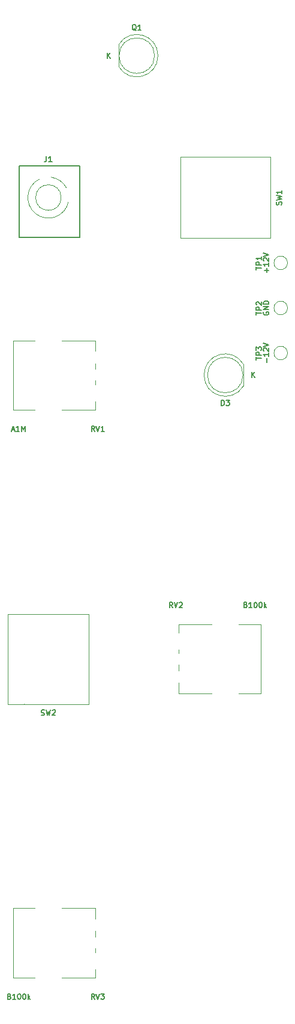
<source format=gto>
G04 #@! TF.GenerationSoftware,KiCad,Pcbnew,6.0.2-378541a8eb~116~ubuntu20.04.1*
G04 #@! TF.CreationDate,2022-03-12T15:31:06-05:00*
G04 #@! TF.ProjectId,irinput_b1,6972696e-7075-4745-9f62-312e6b696361,rev?*
G04 #@! TF.SameCoordinates,Original*
G04 #@! TF.FileFunction,Legend,Top*
G04 #@! TF.FilePolarity,Positive*
%FSLAX46Y46*%
G04 Gerber Fmt 4.6, Leading zero omitted, Abs format (unit mm)*
G04 Created by KiCad (PCBNEW 6.0.2-378541a8eb~116~ubuntu20.04.1) date 2022-03-12 15:31:06*
%MOMM*%
%LPD*%
G01*
G04 APERTURE LIST*
%ADD10C,0.150000*%
%ADD11C,0.120000*%
%ADD12C,0.127000*%
G04 APERTURE END LIST*
D10*
G04 #@! TO.C,RV1*
X144045570Y-83419284D02*
X143795570Y-83062141D01*
X143616999Y-83419284D02*
X143616999Y-82669284D01*
X143902713Y-82669284D01*
X143974141Y-82704999D01*
X144009856Y-82740713D01*
X144045570Y-82812141D01*
X144045570Y-82919284D01*
X144009856Y-82990713D01*
X143974141Y-83026427D01*
X143902713Y-83062141D01*
X143616999Y-83062141D01*
X144259856Y-82669284D02*
X144509856Y-83419284D01*
X144759856Y-82669284D01*
X145402713Y-83419284D02*
X144974141Y-83419284D01*
X145188427Y-83419284D02*
X145188427Y-82669284D01*
X145116999Y-82776427D01*
X145045570Y-82847856D01*
X144974141Y-82883570D01*
X132351713Y-83204999D02*
X132708856Y-83204999D01*
X132280284Y-83419284D02*
X132530284Y-82669284D01*
X132780284Y-83419284D01*
X133423141Y-83419284D02*
X132994570Y-83419284D01*
X133208856Y-83419284D02*
X133208856Y-82669284D01*
X133137427Y-82776427D01*
X133065999Y-82847856D01*
X132994570Y-82883570D01*
X133744570Y-83419284D02*
X133744570Y-82669284D01*
X133994570Y-83204999D01*
X134244570Y-82669284D01*
X134244570Y-83419284D01*
G04 #@! TO.C,TP1*
X166861284Y-60646427D02*
X166861284Y-60217856D01*
X167611284Y-60432141D02*
X166861284Y-60432141D01*
X167611284Y-59967856D02*
X166861284Y-59967856D01*
X166861284Y-59682141D01*
X166896999Y-59610713D01*
X166932713Y-59574999D01*
X167004141Y-59539284D01*
X167111284Y-59539284D01*
X167182713Y-59574999D01*
X167218427Y-59610713D01*
X167254141Y-59682141D01*
X167254141Y-59967856D01*
X167611284Y-58824999D02*
X167611284Y-59253570D01*
X167611284Y-59039284D02*
X166861284Y-59039284D01*
X166968427Y-59110713D01*
X167039856Y-59182141D01*
X167075570Y-59253570D01*
X168341570Y-61021427D02*
X168341570Y-60449999D01*
X168627284Y-60735713D02*
X168055856Y-60735713D01*
X168627284Y-59699999D02*
X168627284Y-60128570D01*
X168627284Y-59914284D02*
X167877284Y-59914284D01*
X167984427Y-59985713D01*
X168055856Y-60057141D01*
X168091570Y-60128570D01*
X167948713Y-59414284D02*
X167912999Y-59378570D01*
X167877284Y-59307141D01*
X167877284Y-59128570D01*
X167912999Y-59057141D01*
X167948713Y-59021427D01*
X168020141Y-58985713D01*
X168091570Y-58985713D01*
X168198713Y-59021427D01*
X168627284Y-59449999D01*
X168627284Y-58985713D01*
X167877284Y-58771427D02*
X168627284Y-58521427D01*
X167877284Y-58271427D01*
G04 #@! TO.C,TP3*
X166861284Y-73346427D02*
X166861284Y-72917856D01*
X167611284Y-73132141D02*
X166861284Y-73132141D01*
X167611284Y-72667856D02*
X166861284Y-72667856D01*
X166861284Y-72382141D01*
X166896999Y-72310713D01*
X166932713Y-72274999D01*
X167004141Y-72239284D01*
X167111284Y-72239284D01*
X167182713Y-72274999D01*
X167218427Y-72310713D01*
X167254141Y-72382141D01*
X167254141Y-72667856D01*
X166861284Y-71989284D02*
X166861284Y-71524999D01*
X167146999Y-71774999D01*
X167146999Y-71667856D01*
X167182713Y-71596427D01*
X167218427Y-71560713D01*
X167289856Y-71524999D01*
X167468427Y-71524999D01*
X167539856Y-71560713D01*
X167575570Y-71596427D01*
X167611284Y-71667856D01*
X167611284Y-71882141D01*
X167575570Y-71953570D01*
X167539856Y-71989284D01*
X168341570Y-73721427D02*
X168341570Y-73149999D01*
X168627284Y-72399999D02*
X168627284Y-72828570D01*
X168627284Y-72614284D02*
X167877284Y-72614284D01*
X167984427Y-72685713D01*
X168055856Y-72757141D01*
X168091570Y-72828570D01*
X167948713Y-72114284D02*
X167912999Y-72078570D01*
X167877284Y-72007141D01*
X167877284Y-71828570D01*
X167912999Y-71757141D01*
X167948713Y-71721427D01*
X168020141Y-71685713D01*
X168091570Y-71685713D01*
X168198713Y-71721427D01*
X168627284Y-72149999D01*
X168627284Y-71685713D01*
X167877284Y-71471427D02*
X168627284Y-71221427D01*
X167877284Y-70971427D01*
G04 #@! TO.C,SW2*
X136499999Y-123403570D02*
X136607141Y-123439284D01*
X136785713Y-123439284D01*
X136857141Y-123403570D01*
X136892856Y-123367856D01*
X136928570Y-123296427D01*
X136928570Y-123224999D01*
X136892856Y-123153570D01*
X136857141Y-123117856D01*
X136785713Y-123082141D01*
X136642856Y-123046427D01*
X136571427Y-123010713D01*
X136535713Y-122974999D01*
X136499999Y-122903570D01*
X136499999Y-122832141D01*
X136535713Y-122760713D01*
X136571427Y-122724999D01*
X136642856Y-122689284D01*
X136821427Y-122689284D01*
X136928570Y-122724999D01*
X137178570Y-122689284D02*
X137357141Y-123439284D01*
X137499999Y-122903570D01*
X137642856Y-123439284D01*
X137821427Y-122689284D01*
X138071427Y-122760713D02*
X138107141Y-122724999D01*
X138178570Y-122689284D01*
X138357141Y-122689284D01*
X138428570Y-122724999D01*
X138464284Y-122760713D01*
X138499999Y-122832141D01*
X138499999Y-122903570D01*
X138464284Y-123010713D01*
X138035713Y-123439284D01*
X138499999Y-123439284D01*
G04 #@! TO.C,RV3*
X144045570Y-163419284D02*
X143795570Y-163062141D01*
X143616999Y-163419284D02*
X143616999Y-162669284D01*
X143902713Y-162669284D01*
X143974141Y-162704999D01*
X144009856Y-162740713D01*
X144045570Y-162812141D01*
X144045570Y-162919284D01*
X144009856Y-162990713D01*
X143974141Y-163026427D01*
X143902713Y-163062141D01*
X143616999Y-163062141D01*
X144259856Y-162669284D02*
X144509856Y-163419284D01*
X144759856Y-162669284D01*
X144938427Y-162669284D02*
X145402713Y-162669284D01*
X145152713Y-162954999D01*
X145259856Y-162954999D01*
X145331284Y-162990713D01*
X145366999Y-163026427D01*
X145402713Y-163097856D01*
X145402713Y-163276427D01*
X145366999Y-163347856D01*
X145331284Y-163383570D01*
X145259856Y-163419284D01*
X145045570Y-163419284D01*
X144974141Y-163383570D01*
X144938427Y-163347856D01*
X131994570Y-163026427D02*
X132101713Y-163062141D01*
X132137427Y-163097856D01*
X132173141Y-163169284D01*
X132173141Y-163276427D01*
X132137427Y-163347856D01*
X132101713Y-163383570D01*
X132030284Y-163419284D01*
X131744570Y-163419284D01*
X131744570Y-162669284D01*
X131994570Y-162669284D01*
X132065999Y-162704999D01*
X132101713Y-162740713D01*
X132137427Y-162812141D01*
X132137427Y-162883570D01*
X132101713Y-162954999D01*
X132065999Y-162990713D01*
X131994570Y-163026427D01*
X131744570Y-163026427D01*
X132887427Y-163419284D02*
X132458856Y-163419284D01*
X132673141Y-163419284D02*
X132673141Y-162669284D01*
X132601713Y-162776427D01*
X132530284Y-162847856D01*
X132458856Y-162883570D01*
X133351713Y-162669284D02*
X133423141Y-162669284D01*
X133494570Y-162704999D01*
X133530284Y-162740713D01*
X133565999Y-162812141D01*
X133601713Y-162954999D01*
X133601713Y-163133570D01*
X133565999Y-163276427D01*
X133530284Y-163347856D01*
X133494570Y-163383570D01*
X133423141Y-163419284D01*
X133351713Y-163419284D01*
X133280284Y-163383570D01*
X133244570Y-163347856D01*
X133208856Y-163276427D01*
X133173141Y-163133570D01*
X133173141Y-162954999D01*
X133208856Y-162812141D01*
X133244570Y-162740713D01*
X133280284Y-162704999D01*
X133351713Y-162669284D01*
X134065999Y-162669284D02*
X134137427Y-162669284D01*
X134208856Y-162704999D01*
X134244570Y-162740713D01*
X134280284Y-162812141D01*
X134315999Y-162954999D01*
X134315999Y-163133570D01*
X134280284Y-163276427D01*
X134244570Y-163347856D01*
X134208856Y-163383570D01*
X134137427Y-163419284D01*
X134065999Y-163419284D01*
X133994570Y-163383570D01*
X133958856Y-163347856D01*
X133923141Y-163276427D01*
X133887427Y-163133570D01*
X133887427Y-162954999D01*
X133923141Y-162812141D01*
X133958856Y-162740713D01*
X133994570Y-162704999D01*
X134065999Y-162669284D01*
X134637427Y-163419284D02*
X134637427Y-162669284D01*
X134708856Y-163133570D02*
X134923141Y-163419284D01*
X134923141Y-162919284D02*
X134637427Y-163204999D01*
G04 #@! TO.C,J1*
X137237531Y-44668802D02*
X137237531Y-45231232D01*
X137200036Y-45343718D01*
X137125045Y-45418709D01*
X137012559Y-45456204D01*
X136937569Y-45456204D01*
X138024933Y-45456204D02*
X137574989Y-45456204D01*
X137799961Y-45456204D02*
X137799961Y-44668802D01*
X137724971Y-44781288D01*
X137649980Y-44856279D01*
X137574989Y-44893774D01*
G04 #@! TO.C,Q1*
X149923570Y-26950713D02*
X149852141Y-26914999D01*
X149780713Y-26843570D01*
X149673570Y-26736427D01*
X149602141Y-26700713D01*
X149530713Y-26700713D01*
X149566427Y-26879284D02*
X149494999Y-26843570D01*
X149423570Y-26772141D01*
X149387856Y-26629284D01*
X149387856Y-26379284D01*
X149423570Y-26236427D01*
X149494999Y-26164999D01*
X149566427Y-26129284D01*
X149709284Y-26129284D01*
X149780713Y-26164999D01*
X149852141Y-26236427D01*
X149887856Y-26379284D01*
X149887856Y-26629284D01*
X149852141Y-26772141D01*
X149780713Y-26843570D01*
X149709284Y-26879284D01*
X149566427Y-26879284D01*
X150602141Y-26879284D02*
X150173570Y-26879284D01*
X150387856Y-26879284D02*
X150387856Y-26129284D01*
X150316427Y-26236427D01*
X150244999Y-26307856D01*
X150173570Y-26343570D01*
X145828570Y-30839284D02*
X145828570Y-30089284D01*
X146257141Y-30839284D02*
X145935713Y-30410713D01*
X146257141Y-30089284D02*
X145828570Y-30517856D01*
G04 #@! TO.C,TP2*
X166861284Y-66996427D02*
X166861284Y-66567856D01*
X167611284Y-66782141D02*
X166861284Y-66782141D01*
X167611284Y-66317856D02*
X166861284Y-66317856D01*
X166861284Y-66032141D01*
X166896999Y-65960713D01*
X166932713Y-65924999D01*
X167004141Y-65889284D01*
X167111284Y-65889284D01*
X167182713Y-65924999D01*
X167218427Y-65960713D01*
X167254141Y-66032141D01*
X167254141Y-66317856D01*
X166932713Y-65603570D02*
X166896999Y-65567856D01*
X166861284Y-65496427D01*
X166861284Y-65317856D01*
X166896999Y-65246427D01*
X166932713Y-65210713D01*
X167004141Y-65174999D01*
X167075570Y-65174999D01*
X167182713Y-65210713D01*
X167611284Y-65639284D01*
X167611284Y-65174999D01*
X167912999Y-66621427D02*
X167877284Y-66692856D01*
X167877284Y-66799999D01*
X167912999Y-66907141D01*
X167984427Y-66978570D01*
X168055856Y-67014284D01*
X168198713Y-67049999D01*
X168305856Y-67049999D01*
X168448713Y-67014284D01*
X168520141Y-66978570D01*
X168591570Y-66907141D01*
X168627284Y-66799999D01*
X168627284Y-66728570D01*
X168591570Y-66621427D01*
X168555856Y-66585713D01*
X168305856Y-66585713D01*
X168305856Y-66728570D01*
X168627284Y-66264284D02*
X167877284Y-66264284D01*
X168627284Y-65835713D01*
X167877284Y-65835713D01*
X168627284Y-65478570D02*
X167877284Y-65478570D01*
X167877284Y-65299999D01*
X167912999Y-65192856D01*
X167984427Y-65121427D01*
X168055856Y-65085713D01*
X168198713Y-65049999D01*
X168305856Y-65049999D01*
X168448713Y-65085713D01*
X168520141Y-65121427D01*
X168591570Y-65192856D01*
X168627284Y-65299999D01*
X168627284Y-65478570D01*
G04 #@! TO.C,RV2*
X155061570Y-108259284D02*
X154811570Y-107902141D01*
X154632999Y-108259284D02*
X154632999Y-107509284D01*
X154918713Y-107509284D01*
X154990141Y-107544999D01*
X155025856Y-107580713D01*
X155061570Y-107652141D01*
X155061570Y-107759284D01*
X155025856Y-107830713D01*
X154990141Y-107866427D01*
X154918713Y-107902141D01*
X154632999Y-107902141D01*
X155275856Y-107509284D02*
X155525856Y-108259284D01*
X155775856Y-107509284D01*
X155990141Y-107580713D02*
X156025856Y-107544999D01*
X156097284Y-107509284D01*
X156275856Y-107509284D01*
X156347284Y-107544999D01*
X156382999Y-107580713D01*
X156418713Y-107652141D01*
X156418713Y-107723570D01*
X156382999Y-107830713D01*
X155954427Y-108259284D01*
X156418713Y-108259284D01*
X165362570Y-107866427D02*
X165469713Y-107902141D01*
X165505427Y-107937856D01*
X165541141Y-108009284D01*
X165541141Y-108116427D01*
X165505427Y-108187856D01*
X165469713Y-108223570D01*
X165398284Y-108259284D01*
X165112570Y-108259284D01*
X165112570Y-107509284D01*
X165362570Y-107509284D01*
X165433999Y-107544999D01*
X165469713Y-107580713D01*
X165505427Y-107652141D01*
X165505427Y-107723570D01*
X165469713Y-107794999D01*
X165433999Y-107830713D01*
X165362570Y-107866427D01*
X165112570Y-107866427D01*
X166255427Y-108259284D02*
X165826856Y-108259284D01*
X166041141Y-108259284D02*
X166041141Y-107509284D01*
X165969713Y-107616427D01*
X165898284Y-107687856D01*
X165826856Y-107723570D01*
X166719713Y-107509284D02*
X166791141Y-107509284D01*
X166862570Y-107544999D01*
X166898284Y-107580713D01*
X166933999Y-107652141D01*
X166969713Y-107794999D01*
X166969713Y-107973570D01*
X166933999Y-108116427D01*
X166898284Y-108187856D01*
X166862570Y-108223570D01*
X166791141Y-108259284D01*
X166719713Y-108259284D01*
X166648284Y-108223570D01*
X166612570Y-108187856D01*
X166576856Y-108116427D01*
X166541141Y-107973570D01*
X166541141Y-107794999D01*
X166576856Y-107652141D01*
X166612570Y-107580713D01*
X166648284Y-107544999D01*
X166719713Y-107509284D01*
X167433999Y-107509284D02*
X167505427Y-107509284D01*
X167576856Y-107544999D01*
X167612570Y-107580713D01*
X167648284Y-107652141D01*
X167683999Y-107794999D01*
X167683999Y-107973570D01*
X167648284Y-108116427D01*
X167612570Y-108187856D01*
X167576856Y-108223570D01*
X167505427Y-108259284D01*
X167433999Y-108259284D01*
X167362570Y-108223570D01*
X167326856Y-108187856D01*
X167291141Y-108116427D01*
X167255427Y-107973570D01*
X167255427Y-107794999D01*
X167291141Y-107652141D01*
X167326856Y-107580713D01*
X167362570Y-107544999D01*
X167433999Y-107509284D01*
X168005427Y-108259284D02*
X168005427Y-107509284D01*
X168076856Y-107973570D02*
X168291141Y-108259284D01*
X168291141Y-107759284D02*
X168005427Y-108044999D01*
G04 #@! TO.C,D3*
X161926427Y-79799284D02*
X161926427Y-79049284D01*
X162104999Y-79049284D01*
X162212141Y-79084999D01*
X162283570Y-79156427D01*
X162319284Y-79227856D01*
X162354999Y-79370713D01*
X162354999Y-79477856D01*
X162319284Y-79620713D01*
X162283570Y-79692141D01*
X162212141Y-79763570D01*
X162104999Y-79799284D01*
X161926427Y-79799284D01*
X162604999Y-79049284D02*
X163069284Y-79049284D01*
X162819284Y-79334999D01*
X162926427Y-79334999D01*
X162997856Y-79370713D01*
X163033570Y-79406427D01*
X163069284Y-79477856D01*
X163069284Y-79656427D01*
X163033570Y-79727856D01*
X162997856Y-79763570D01*
X162926427Y-79799284D01*
X162712141Y-79799284D01*
X162640713Y-79763570D01*
X162604999Y-79727856D01*
X166253570Y-75839284D02*
X166253570Y-75089284D01*
X166682141Y-75839284D02*
X166360713Y-75410713D01*
X166682141Y-75089284D02*
X166253570Y-75517856D01*
G04 #@! TO.C,SW1*
X170403570Y-51499999D02*
X170439284Y-51392856D01*
X170439284Y-51214284D01*
X170403570Y-51142856D01*
X170367856Y-51107141D01*
X170296427Y-51071427D01*
X170224999Y-51071427D01*
X170153570Y-51107141D01*
X170117856Y-51142856D01*
X170082141Y-51214284D01*
X170046427Y-51357141D01*
X170010713Y-51428570D01*
X169974999Y-51464284D01*
X169903570Y-51499999D01*
X169832141Y-51499999D01*
X169760713Y-51464284D01*
X169724999Y-51428570D01*
X169689284Y-51357141D01*
X169689284Y-51178570D01*
X169724999Y-51071427D01*
X169689284Y-50821427D02*
X170439284Y-50642856D01*
X169903570Y-50499999D01*
X170439284Y-50357141D01*
X169689284Y-50178570D01*
X170439284Y-49499999D02*
X170439284Y-49928570D01*
X170439284Y-49714284D02*
X169689284Y-49714284D01*
X169796427Y-49785713D01*
X169867856Y-49857141D01*
X169903570Y-49928570D01*
D11*
G04 #@! TO.C,RV1*
X135589999Y-80369999D02*
X132529999Y-80369999D01*
X144119999Y-73839999D02*
X144119999Y-74669999D01*
X144119999Y-70629999D02*
X144119999Y-72119999D01*
X144119999Y-76289999D02*
X144119999Y-76819999D01*
X144119999Y-70629999D02*
X139399999Y-70629999D01*
X144119999Y-79189999D02*
X144119999Y-80369999D01*
X132529999Y-70629999D02*
X132529999Y-80369999D01*
X135589999Y-70629999D02*
X132529999Y-70629999D01*
X144119999Y-80379999D02*
X139399999Y-80379999D01*
G04 #@! TO.C,TP1*
X171269999Y-59699999D02*
G75*
G03*
X171269999Y-59699999I-950000J0D01*
G01*
G04 #@! TO.C,TP3*
X171269999Y-72399999D02*
G75*
G03*
X171269999Y-72399999I-950000J0D01*
G01*
G04 #@! TO.C,SW2*
X134079999Y-121849999D02*
X134079999Y-121839999D01*
X143214999Y-121849999D02*
X131784999Y-121849999D01*
X131784999Y-109149999D02*
X143214999Y-109149999D01*
X131784999Y-121849999D02*
X131784999Y-109149999D01*
X143214999Y-109159999D02*
X143214999Y-121849999D01*
G04 #@! TO.C,RV3*
X144119999Y-156289999D02*
X144119999Y-156819999D01*
X135589999Y-150629999D02*
X132529999Y-150629999D01*
X144119999Y-160379999D02*
X139399999Y-160379999D01*
X144119999Y-150629999D02*
X139399999Y-150629999D01*
X144119999Y-150629999D02*
X144119999Y-152119999D01*
X135589999Y-160369999D02*
X132529999Y-160369999D01*
X144119999Y-159189999D02*
X144119999Y-160369999D01*
X132529999Y-150629999D02*
X132529999Y-160369999D01*
X144119999Y-153839999D02*
X144119999Y-154669999D01*
D12*
G04 #@! TO.C,J1*
X133399999Y-56099999D02*
X141899999Y-56099999D01*
X133399999Y-45999999D02*
X133399999Y-56099999D01*
X141899999Y-45999999D02*
X133399999Y-45999999D01*
X141899999Y-56099999D02*
X141899999Y-45999999D01*
D11*
X140034505Y-49080667D02*
G75*
G03*
X137896247Y-47627199I-2524507J-1414334D01*
G01*
X136205955Y-47911797D02*
G75*
G03*
X140342297Y-51087919I1304044J-2583202D01*
G01*
X139309999Y-50494999D02*
G75*
G03*
X139309999Y-50494999I-1800000J0D01*
G01*
G04 #@! TO.C,Q1*
X147434999Y-28954999D02*
X147434999Y-32044999D01*
X147434999Y-32044829D02*
G75*
G03*
X152984999Y-30499537I2560000J1544830D01*
G01*
X152984999Y-30500461D02*
G75*
G03*
X147434999Y-28955169I-2990000J462D01*
G01*
X152494999Y-30499999D02*
G75*
G03*
X152494999Y-30499999I-2500000J0D01*
G01*
G04 #@! TO.C,TP2*
X171269999Y-66049999D02*
G75*
G03*
X171269999Y-66049999I-950000J0D01*
G01*
G04 #@! TO.C,RV2*
X155879999Y-120369999D02*
X160599999Y-120369999D01*
X167469999Y-120369999D02*
X167469999Y-110629999D01*
X155879999Y-114709999D02*
X155879999Y-114179999D01*
X155879999Y-111809999D02*
X155879999Y-110629999D01*
X155879999Y-120369999D02*
X155879999Y-118879999D01*
X155879999Y-117159999D02*
X155879999Y-116329999D01*
X164409999Y-120369999D02*
X167469999Y-120369999D01*
X155879999Y-110619999D02*
X160599999Y-110619999D01*
X164409999Y-110629999D02*
X167469999Y-110629999D01*
G04 #@! TO.C,D3*
X165039999Y-77044999D02*
X165039999Y-73954999D01*
X165039999Y-73955169D02*
G75*
G03*
X159489999Y-75500461I-2560000J-1544830D01*
G01*
X159489999Y-75499537D02*
G75*
G03*
X165039999Y-77044829I2990000J-462D01*
G01*
X164979999Y-75499999D02*
G75*
G03*
X164979999Y-75499999I-2500000J0D01*
G01*
G04 #@! TO.C,SW1*
X156149999Y-56214999D02*
X156149999Y-44784999D01*
X168849999Y-56214999D02*
X156149999Y-56214999D01*
X156159999Y-44784999D02*
X168849999Y-44784999D01*
X168849999Y-44784999D02*
X168849999Y-56214999D01*
X168849999Y-53919999D02*
X168839999Y-53919999D01*
G04 #@! TD*
M02*

</source>
